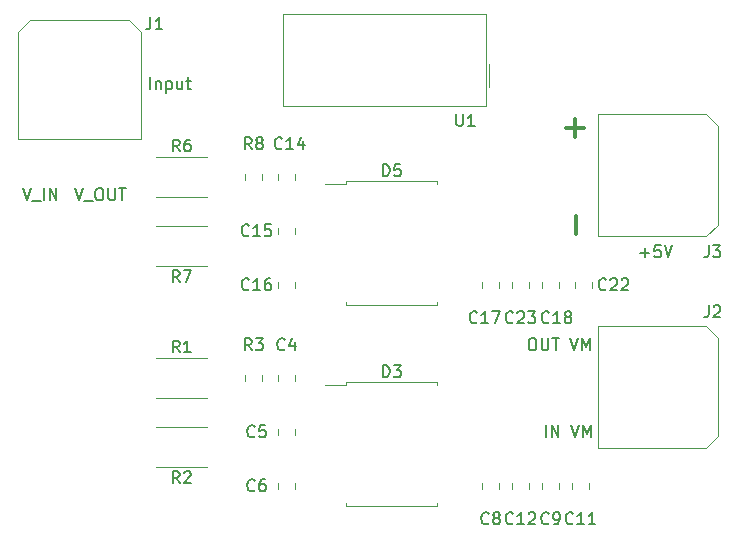
<source format=gbr>
%TF.GenerationSoftware,KiCad,Pcbnew,(6.0.1)*%
%TF.CreationDate,2022-08-15T16:30:33+03:00*%
%TF.ProjectId,Measure,4d656173-7572-4652-9e6b-696361645f70,rev?*%
%TF.SameCoordinates,Original*%
%TF.FileFunction,Legend,Top*%
%TF.FilePolarity,Positive*%
%FSLAX46Y46*%
G04 Gerber Fmt 4.6, Leading zero omitted, Abs format (unit mm)*
G04 Created by KiCad (PCBNEW (6.0.1)) date 2022-08-15 16:30:33*
%MOMM*%
%LPD*%
G01*
G04 APERTURE LIST*
%ADD10C,0.300000*%
%ADD11C,0.150000*%
%ADD12C,0.120000*%
G04 APERTURE END LIST*
D10*
X177688857Y-80263904D02*
X177688857Y-78740095D01*
D11*
X135271142Y-76414380D02*
X135604476Y-77414380D01*
X135937809Y-76414380D01*
X136033047Y-77509619D02*
X136794952Y-77509619D01*
X137223523Y-76414380D02*
X137414000Y-76414380D01*
X137509238Y-76462000D01*
X137604476Y-76557238D01*
X137652095Y-76747714D01*
X137652095Y-77081047D01*
X137604476Y-77271523D01*
X137509238Y-77366761D01*
X137414000Y-77414380D01*
X137223523Y-77414380D01*
X137128285Y-77366761D01*
X137033047Y-77271523D01*
X136985428Y-77081047D01*
X136985428Y-76747714D01*
X137033047Y-76557238D01*
X137128285Y-76462000D01*
X137223523Y-76414380D01*
X138080666Y-76414380D02*
X138080666Y-77223904D01*
X138128285Y-77319142D01*
X138175904Y-77366761D01*
X138271142Y-77414380D01*
X138461619Y-77414380D01*
X138556857Y-77366761D01*
X138604476Y-77319142D01*
X138652095Y-77223904D01*
X138652095Y-76414380D01*
X138985428Y-76414380D02*
X139556857Y-76414380D01*
X139271142Y-77414380D02*
X139271142Y-76414380D01*
X130857809Y-76414380D02*
X131191142Y-77414380D01*
X131524476Y-76414380D01*
X131619714Y-77509619D02*
X132381619Y-77509619D01*
X132619714Y-77414380D02*
X132619714Y-76414380D01*
X133095904Y-77414380D02*
X133095904Y-76414380D01*
X133667333Y-77414380D01*
X133667333Y-76414380D01*
X173895047Y-89114380D02*
X174085523Y-89114380D01*
X174180761Y-89162000D01*
X174276000Y-89257238D01*
X174323619Y-89447714D01*
X174323619Y-89781047D01*
X174276000Y-89971523D01*
X174180761Y-90066761D01*
X174085523Y-90114380D01*
X173895047Y-90114380D01*
X173799809Y-90066761D01*
X173704571Y-89971523D01*
X173656952Y-89781047D01*
X173656952Y-89447714D01*
X173704571Y-89257238D01*
X173799809Y-89162000D01*
X173895047Y-89114380D01*
X174752190Y-89114380D02*
X174752190Y-89923904D01*
X174799809Y-90019142D01*
X174847428Y-90066761D01*
X174942666Y-90114380D01*
X175133142Y-90114380D01*
X175228380Y-90066761D01*
X175276000Y-90019142D01*
X175323619Y-89923904D01*
X175323619Y-89114380D01*
X175656952Y-89114380D02*
X176228380Y-89114380D01*
X175942666Y-90114380D02*
X175942666Y-89114380D01*
X177180761Y-89114380D02*
X177514095Y-90114380D01*
X177847428Y-89114380D01*
X178180761Y-90114380D02*
X178180761Y-89114380D01*
X178514095Y-89828666D01*
X178847428Y-89114380D01*
X178847428Y-90114380D01*
X175133238Y-97480380D02*
X175133238Y-96480380D01*
X175609428Y-97480380D02*
X175609428Y-96480380D01*
X176180857Y-97480380D01*
X176180857Y-96480380D01*
X177276095Y-96480380D02*
X177609428Y-97480380D01*
X177942761Y-96480380D01*
X178276095Y-97480380D02*
X178276095Y-96480380D01*
X178609428Y-97194666D01*
X178942761Y-96480380D01*
X178942761Y-97480380D01*
D10*
X176784095Y-71262857D02*
X178307904Y-71262857D01*
X177546000Y-72024761D02*
X177546000Y-70500952D01*
D11*
X141613142Y-68016380D02*
X141613142Y-67016380D01*
X142089333Y-67349714D02*
X142089333Y-68016380D01*
X142089333Y-67444952D02*
X142136952Y-67397333D01*
X142232190Y-67349714D01*
X142375047Y-67349714D01*
X142470285Y-67397333D01*
X142517904Y-67492571D01*
X142517904Y-68016380D01*
X142994095Y-67349714D02*
X142994095Y-68349714D01*
X142994095Y-67397333D02*
X143089333Y-67349714D01*
X143279809Y-67349714D01*
X143375047Y-67397333D01*
X143422666Y-67444952D01*
X143470285Y-67540190D01*
X143470285Y-67825904D01*
X143422666Y-67921142D01*
X143375047Y-67968761D01*
X143279809Y-68016380D01*
X143089333Y-68016380D01*
X142994095Y-67968761D01*
X144327428Y-67349714D02*
X144327428Y-68016380D01*
X143898857Y-67349714D02*
X143898857Y-67873523D01*
X143946476Y-67968761D01*
X144041714Y-68016380D01*
X144184571Y-68016380D01*
X144279809Y-67968761D01*
X144327428Y-67921142D01*
X144660761Y-67349714D02*
X145041714Y-67349714D01*
X144803619Y-67016380D02*
X144803619Y-67873523D01*
X144851238Y-67968761D01*
X144946476Y-68016380D01*
X145041714Y-68016380D01*
X183118285Y-81859428D02*
X183880190Y-81859428D01*
X183499238Y-82240380D02*
X183499238Y-81478476D01*
X184832571Y-81240380D02*
X184356380Y-81240380D01*
X184308761Y-81716571D01*
X184356380Y-81668952D01*
X184451619Y-81621333D01*
X184689714Y-81621333D01*
X184784952Y-81668952D01*
X184832571Y-81716571D01*
X184880190Y-81811809D01*
X184880190Y-82049904D01*
X184832571Y-82145142D01*
X184784952Y-82192761D01*
X184689714Y-82240380D01*
X184451619Y-82240380D01*
X184356380Y-82192761D01*
X184308761Y-82145142D01*
X185165904Y-81240380D02*
X185499238Y-82240380D01*
X185832571Y-81240380D01*
%TO.C,R1*%
X144105333Y-90288380D02*
X143772000Y-89812190D01*
X143533904Y-90288380D02*
X143533904Y-89288380D01*
X143914857Y-89288380D01*
X144010095Y-89336000D01*
X144057714Y-89383619D01*
X144105333Y-89478857D01*
X144105333Y-89621714D01*
X144057714Y-89716952D01*
X144010095Y-89764571D01*
X143914857Y-89812190D01*
X143533904Y-89812190D01*
X145057714Y-90288380D02*
X144486285Y-90288380D01*
X144772000Y-90288380D02*
X144772000Y-89288380D01*
X144676761Y-89431238D01*
X144581523Y-89526476D01*
X144486285Y-89574095D01*
%TO.C,R8*%
X150201333Y-73096380D02*
X149868000Y-72620190D01*
X149629904Y-73096380D02*
X149629904Y-72096380D01*
X150010857Y-72096380D01*
X150106095Y-72144000D01*
X150153714Y-72191619D01*
X150201333Y-72286857D01*
X150201333Y-72429714D01*
X150153714Y-72524952D01*
X150106095Y-72572571D01*
X150010857Y-72620190D01*
X149629904Y-72620190D01*
X150772761Y-72524952D02*
X150677523Y-72477333D01*
X150629904Y-72429714D01*
X150582285Y-72334476D01*
X150582285Y-72286857D01*
X150629904Y-72191619D01*
X150677523Y-72144000D01*
X150772761Y-72096380D01*
X150963238Y-72096380D01*
X151058476Y-72144000D01*
X151106095Y-72191619D01*
X151153714Y-72286857D01*
X151153714Y-72334476D01*
X151106095Y-72429714D01*
X151058476Y-72477333D01*
X150963238Y-72524952D01*
X150772761Y-72524952D01*
X150677523Y-72572571D01*
X150629904Y-72620190D01*
X150582285Y-72715428D01*
X150582285Y-72905904D01*
X150629904Y-73001142D01*
X150677523Y-73048761D01*
X150772761Y-73096380D01*
X150963238Y-73096380D01*
X151058476Y-73048761D01*
X151106095Y-73001142D01*
X151153714Y-72905904D01*
X151153714Y-72715428D01*
X151106095Y-72620190D01*
X151058476Y-72572571D01*
X150963238Y-72524952D01*
%TO.C,R7*%
X144105333Y-84352380D02*
X143772000Y-83876190D01*
X143533904Y-84352380D02*
X143533904Y-83352380D01*
X143914857Y-83352380D01*
X144010095Y-83400000D01*
X144057714Y-83447619D01*
X144105333Y-83542857D01*
X144105333Y-83685714D01*
X144057714Y-83780952D01*
X144010095Y-83828571D01*
X143914857Y-83876190D01*
X143533904Y-83876190D01*
X144438666Y-83352380D02*
X145105333Y-83352380D01*
X144676761Y-84352380D01*
%TO.C,J3*%
X188896666Y-81240380D02*
X188896666Y-81954666D01*
X188849047Y-82097523D01*
X188753809Y-82192761D01*
X188610952Y-82240380D01*
X188515714Y-82240380D01*
X189277619Y-81240380D02*
X189896666Y-81240380D01*
X189563333Y-81621333D01*
X189706190Y-81621333D01*
X189801428Y-81668952D01*
X189849047Y-81716571D01*
X189896666Y-81811809D01*
X189896666Y-82049904D01*
X189849047Y-82145142D01*
X189801428Y-82192761D01*
X189706190Y-82240380D01*
X189420476Y-82240380D01*
X189325238Y-82192761D01*
X189277619Y-82145142D01*
%TO.C,D3*%
X161313904Y-92396380D02*
X161313904Y-91396380D01*
X161552000Y-91396380D01*
X161694857Y-91444000D01*
X161790095Y-91539238D01*
X161837714Y-91634476D01*
X161885333Y-91824952D01*
X161885333Y-91967809D01*
X161837714Y-92158285D01*
X161790095Y-92253523D01*
X161694857Y-92348761D01*
X161552000Y-92396380D01*
X161313904Y-92396380D01*
X162218666Y-91396380D02*
X162837714Y-91396380D01*
X162504380Y-91777333D01*
X162647238Y-91777333D01*
X162742476Y-91824952D01*
X162790095Y-91872571D01*
X162837714Y-91967809D01*
X162837714Y-92205904D01*
X162790095Y-92301142D01*
X162742476Y-92348761D01*
X162647238Y-92396380D01*
X162361523Y-92396380D01*
X162266285Y-92348761D01*
X162218666Y-92301142D01*
%TO.C,C14*%
X152773142Y-73001142D02*
X152725523Y-73048761D01*
X152582666Y-73096380D01*
X152487428Y-73096380D01*
X152344571Y-73048761D01*
X152249333Y-72953523D01*
X152201714Y-72858285D01*
X152154095Y-72667809D01*
X152154095Y-72524952D01*
X152201714Y-72334476D01*
X152249333Y-72239238D01*
X152344571Y-72144000D01*
X152487428Y-72096380D01*
X152582666Y-72096380D01*
X152725523Y-72144000D01*
X152773142Y-72191619D01*
X153725523Y-73096380D02*
X153154095Y-73096380D01*
X153439809Y-73096380D02*
X153439809Y-72096380D01*
X153344571Y-72239238D01*
X153249333Y-72334476D01*
X153154095Y-72382095D01*
X154582666Y-72429714D02*
X154582666Y-73096380D01*
X154344571Y-72048761D02*
X154106476Y-72763047D01*
X154725523Y-72763047D01*
%TO.C,C17*%
X169283142Y-87733142D02*
X169235523Y-87780761D01*
X169092666Y-87828380D01*
X168997428Y-87828380D01*
X168854571Y-87780761D01*
X168759333Y-87685523D01*
X168711714Y-87590285D01*
X168664095Y-87399809D01*
X168664095Y-87256952D01*
X168711714Y-87066476D01*
X168759333Y-86971238D01*
X168854571Y-86876000D01*
X168997428Y-86828380D01*
X169092666Y-86828380D01*
X169235523Y-86876000D01*
X169283142Y-86923619D01*
X170235523Y-87828380D02*
X169664095Y-87828380D01*
X169949809Y-87828380D02*
X169949809Y-86828380D01*
X169854571Y-86971238D01*
X169759333Y-87066476D01*
X169664095Y-87114095D01*
X170568857Y-86828380D02*
X171235523Y-86828380D01*
X170806952Y-87828380D01*
%TO.C,C4*%
X152995333Y-90019142D02*
X152947714Y-90066761D01*
X152804857Y-90114380D01*
X152709619Y-90114380D01*
X152566761Y-90066761D01*
X152471523Y-89971523D01*
X152423904Y-89876285D01*
X152376285Y-89685809D01*
X152376285Y-89542952D01*
X152423904Y-89352476D01*
X152471523Y-89257238D01*
X152566761Y-89162000D01*
X152709619Y-89114380D01*
X152804857Y-89114380D01*
X152947714Y-89162000D01*
X152995333Y-89209619D01*
X153852476Y-89447714D02*
X153852476Y-90114380D01*
X153614380Y-89066761D02*
X153376285Y-89781047D01*
X153995333Y-89781047D01*
%TO.C,R2*%
X144105333Y-101370380D02*
X143772000Y-100894190D01*
X143533904Y-101370380D02*
X143533904Y-100370380D01*
X143914857Y-100370380D01*
X144010095Y-100418000D01*
X144057714Y-100465619D01*
X144105333Y-100560857D01*
X144105333Y-100703714D01*
X144057714Y-100798952D01*
X144010095Y-100846571D01*
X143914857Y-100894190D01*
X143533904Y-100894190D01*
X144486285Y-100465619D02*
X144533904Y-100418000D01*
X144629142Y-100370380D01*
X144867238Y-100370380D01*
X144962476Y-100418000D01*
X145010095Y-100465619D01*
X145057714Y-100560857D01*
X145057714Y-100656095D01*
X145010095Y-100798952D01*
X144438666Y-101370380D01*
X145057714Y-101370380D01*
%TO.C,U1*%
X167534595Y-70124380D02*
X167534595Y-70933904D01*
X167582214Y-71029142D01*
X167629833Y-71076761D01*
X167725071Y-71124380D01*
X167915547Y-71124380D01*
X168010785Y-71076761D01*
X168058404Y-71029142D01*
X168106023Y-70933904D01*
X168106023Y-70124380D01*
X169106023Y-71124380D02*
X168534595Y-71124380D01*
X168820309Y-71124380D02*
X168820309Y-70124380D01*
X168725071Y-70267238D01*
X168629833Y-70362476D01*
X168534595Y-70410095D01*
%TO.C,J2*%
X188896666Y-86320380D02*
X188896666Y-87034666D01*
X188849047Y-87177523D01*
X188753809Y-87272761D01*
X188610952Y-87320380D01*
X188515714Y-87320380D01*
X189325238Y-86415619D02*
X189372857Y-86368000D01*
X189468095Y-86320380D01*
X189706190Y-86320380D01*
X189801428Y-86368000D01*
X189849047Y-86415619D01*
X189896666Y-86510857D01*
X189896666Y-86606095D01*
X189849047Y-86748952D01*
X189277619Y-87320380D01*
X189896666Y-87320380D01*
%TO.C,C15*%
X149979142Y-80367142D02*
X149931523Y-80414761D01*
X149788666Y-80462380D01*
X149693428Y-80462380D01*
X149550571Y-80414761D01*
X149455333Y-80319523D01*
X149407714Y-80224285D01*
X149360095Y-80033809D01*
X149360095Y-79890952D01*
X149407714Y-79700476D01*
X149455333Y-79605238D01*
X149550571Y-79510000D01*
X149693428Y-79462380D01*
X149788666Y-79462380D01*
X149931523Y-79510000D01*
X149979142Y-79557619D01*
X150931523Y-80462380D02*
X150360095Y-80462380D01*
X150645809Y-80462380D02*
X150645809Y-79462380D01*
X150550571Y-79605238D01*
X150455333Y-79700476D01*
X150360095Y-79748095D01*
X151836285Y-79462380D02*
X151360095Y-79462380D01*
X151312476Y-79938571D01*
X151360095Y-79890952D01*
X151455333Y-79843333D01*
X151693428Y-79843333D01*
X151788666Y-79890952D01*
X151836285Y-79938571D01*
X151883904Y-80033809D01*
X151883904Y-80271904D01*
X151836285Y-80367142D01*
X151788666Y-80414761D01*
X151693428Y-80462380D01*
X151455333Y-80462380D01*
X151360095Y-80414761D01*
X151312476Y-80367142D01*
%TO.C,C22*%
X180205142Y-84939142D02*
X180157523Y-84986761D01*
X180014666Y-85034380D01*
X179919428Y-85034380D01*
X179776571Y-84986761D01*
X179681333Y-84891523D01*
X179633714Y-84796285D01*
X179586095Y-84605809D01*
X179586095Y-84462952D01*
X179633714Y-84272476D01*
X179681333Y-84177238D01*
X179776571Y-84082000D01*
X179919428Y-84034380D01*
X180014666Y-84034380D01*
X180157523Y-84082000D01*
X180205142Y-84129619D01*
X180586095Y-84129619D02*
X180633714Y-84082000D01*
X180728952Y-84034380D01*
X180967047Y-84034380D01*
X181062285Y-84082000D01*
X181109904Y-84129619D01*
X181157523Y-84224857D01*
X181157523Y-84320095D01*
X181109904Y-84462952D01*
X180538476Y-85034380D01*
X181157523Y-85034380D01*
X181538476Y-84129619D02*
X181586095Y-84082000D01*
X181681333Y-84034380D01*
X181919428Y-84034380D01*
X182014666Y-84082000D01*
X182062285Y-84129619D01*
X182109904Y-84224857D01*
X182109904Y-84320095D01*
X182062285Y-84462952D01*
X181490857Y-85034380D01*
X182109904Y-85034380D01*
%TO.C,R6*%
X144105333Y-73270380D02*
X143772000Y-72794190D01*
X143533904Y-73270380D02*
X143533904Y-72270380D01*
X143914857Y-72270380D01*
X144010095Y-72318000D01*
X144057714Y-72365619D01*
X144105333Y-72460857D01*
X144105333Y-72603714D01*
X144057714Y-72698952D01*
X144010095Y-72746571D01*
X143914857Y-72794190D01*
X143533904Y-72794190D01*
X144962476Y-72270380D02*
X144772000Y-72270380D01*
X144676761Y-72318000D01*
X144629142Y-72365619D01*
X144533904Y-72508476D01*
X144486285Y-72698952D01*
X144486285Y-73079904D01*
X144533904Y-73175142D01*
X144581523Y-73222761D01*
X144676761Y-73270380D01*
X144867238Y-73270380D01*
X144962476Y-73222761D01*
X145010095Y-73175142D01*
X145057714Y-73079904D01*
X145057714Y-72841809D01*
X145010095Y-72746571D01*
X144962476Y-72698952D01*
X144867238Y-72651333D01*
X144676761Y-72651333D01*
X144581523Y-72698952D01*
X144533904Y-72746571D01*
X144486285Y-72841809D01*
%TO.C,C8*%
X170267333Y-104751142D02*
X170219714Y-104798761D01*
X170076857Y-104846380D01*
X169981619Y-104846380D01*
X169838761Y-104798761D01*
X169743523Y-104703523D01*
X169695904Y-104608285D01*
X169648285Y-104417809D01*
X169648285Y-104274952D01*
X169695904Y-104084476D01*
X169743523Y-103989238D01*
X169838761Y-103894000D01*
X169981619Y-103846380D01*
X170076857Y-103846380D01*
X170219714Y-103894000D01*
X170267333Y-103941619D01*
X170838761Y-104274952D02*
X170743523Y-104227333D01*
X170695904Y-104179714D01*
X170648285Y-104084476D01*
X170648285Y-104036857D01*
X170695904Y-103941619D01*
X170743523Y-103894000D01*
X170838761Y-103846380D01*
X171029238Y-103846380D01*
X171124476Y-103894000D01*
X171172095Y-103941619D01*
X171219714Y-104036857D01*
X171219714Y-104084476D01*
X171172095Y-104179714D01*
X171124476Y-104227333D01*
X171029238Y-104274952D01*
X170838761Y-104274952D01*
X170743523Y-104322571D01*
X170695904Y-104370190D01*
X170648285Y-104465428D01*
X170648285Y-104655904D01*
X170695904Y-104751142D01*
X170743523Y-104798761D01*
X170838761Y-104846380D01*
X171029238Y-104846380D01*
X171124476Y-104798761D01*
X171172095Y-104751142D01*
X171219714Y-104655904D01*
X171219714Y-104465428D01*
X171172095Y-104370190D01*
X171124476Y-104322571D01*
X171029238Y-104274952D01*
%TO.C,D5*%
X161313904Y-75378380D02*
X161313904Y-74378380D01*
X161552000Y-74378380D01*
X161694857Y-74426000D01*
X161790095Y-74521238D01*
X161837714Y-74616476D01*
X161885333Y-74806952D01*
X161885333Y-74949809D01*
X161837714Y-75140285D01*
X161790095Y-75235523D01*
X161694857Y-75330761D01*
X161552000Y-75378380D01*
X161313904Y-75378380D01*
X162790095Y-74378380D02*
X162313904Y-74378380D01*
X162266285Y-74854571D01*
X162313904Y-74806952D01*
X162409142Y-74759333D01*
X162647238Y-74759333D01*
X162742476Y-74806952D01*
X162790095Y-74854571D01*
X162837714Y-74949809D01*
X162837714Y-75187904D01*
X162790095Y-75283142D01*
X162742476Y-75330761D01*
X162647238Y-75378380D01*
X162409142Y-75378380D01*
X162313904Y-75330761D01*
X162266285Y-75283142D01*
%TO.C,C12*%
X172331142Y-104751142D02*
X172283523Y-104798761D01*
X172140666Y-104846380D01*
X172045428Y-104846380D01*
X171902571Y-104798761D01*
X171807333Y-104703523D01*
X171759714Y-104608285D01*
X171712095Y-104417809D01*
X171712095Y-104274952D01*
X171759714Y-104084476D01*
X171807333Y-103989238D01*
X171902571Y-103894000D01*
X172045428Y-103846380D01*
X172140666Y-103846380D01*
X172283523Y-103894000D01*
X172331142Y-103941619D01*
X173283523Y-104846380D02*
X172712095Y-104846380D01*
X172997809Y-104846380D02*
X172997809Y-103846380D01*
X172902571Y-103989238D01*
X172807333Y-104084476D01*
X172712095Y-104132095D01*
X173664476Y-103941619D02*
X173712095Y-103894000D01*
X173807333Y-103846380D01*
X174045428Y-103846380D01*
X174140666Y-103894000D01*
X174188285Y-103941619D01*
X174235904Y-104036857D01*
X174235904Y-104132095D01*
X174188285Y-104274952D01*
X173616857Y-104846380D01*
X174235904Y-104846380D01*
%TO.C,C9*%
X175347333Y-104751142D02*
X175299714Y-104798761D01*
X175156857Y-104846380D01*
X175061619Y-104846380D01*
X174918761Y-104798761D01*
X174823523Y-104703523D01*
X174775904Y-104608285D01*
X174728285Y-104417809D01*
X174728285Y-104274952D01*
X174775904Y-104084476D01*
X174823523Y-103989238D01*
X174918761Y-103894000D01*
X175061619Y-103846380D01*
X175156857Y-103846380D01*
X175299714Y-103894000D01*
X175347333Y-103941619D01*
X175823523Y-104846380D02*
X176014000Y-104846380D01*
X176109238Y-104798761D01*
X176156857Y-104751142D01*
X176252095Y-104608285D01*
X176299714Y-104417809D01*
X176299714Y-104036857D01*
X176252095Y-103941619D01*
X176204476Y-103894000D01*
X176109238Y-103846380D01*
X175918761Y-103846380D01*
X175823523Y-103894000D01*
X175775904Y-103941619D01*
X175728285Y-104036857D01*
X175728285Y-104274952D01*
X175775904Y-104370190D01*
X175823523Y-104417809D01*
X175918761Y-104465428D01*
X176109238Y-104465428D01*
X176204476Y-104417809D01*
X176252095Y-104370190D01*
X176299714Y-104274952D01*
%TO.C,C6*%
X150455333Y-101957142D02*
X150407714Y-102004761D01*
X150264857Y-102052380D01*
X150169619Y-102052380D01*
X150026761Y-102004761D01*
X149931523Y-101909523D01*
X149883904Y-101814285D01*
X149836285Y-101623809D01*
X149836285Y-101480952D01*
X149883904Y-101290476D01*
X149931523Y-101195238D01*
X150026761Y-101100000D01*
X150169619Y-101052380D01*
X150264857Y-101052380D01*
X150407714Y-101100000D01*
X150455333Y-101147619D01*
X151312476Y-101052380D02*
X151122000Y-101052380D01*
X151026761Y-101100000D01*
X150979142Y-101147619D01*
X150883904Y-101290476D01*
X150836285Y-101480952D01*
X150836285Y-101861904D01*
X150883904Y-101957142D01*
X150931523Y-102004761D01*
X151026761Y-102052380D01*
X151217238Y-102052380D01*
X151312476Y-102004761D01*
X151360095Y-101957142D01*
X151407714Y-101861904D01*
X151407714Y-101623809D01*
X151360095Y-101528571D01*
X151312476Y-101480952D01*
X151217238Y-101433333D01*
X151026761Y-101433333D01*
X150931523Y-101480952D01*
X150883904Y-101528571D01*
X150836285Y-101623809D01*
%TO.C,C5*%
X150455333Y-97385142D02*
X150407714Y-97432761D01*
X150264857Y-97480380D01*
X150169619Y-97480380D01*
X150026761Y-97432761D01*
X149931523Y-97337523D01*
X149883904Y-97242285D01*
X149836285Y-97051809D01*
X149836285Y-96908952D01*
X149883904Y-96718476D01*
X149931523Y-96623238D01*
X150026761Y-96528000D01*
X150169619Y-96480380D01*
X150264857Y-96480380D01*
X150407714Y-96528000D01*
X150455333Y-96575619D01*
X151360095Y-96480380D02*
X150883904Y-96480380D01*
X150836285Y-96956571D01*
X150883904Y-96908952D01*
X150979142Y-96861333D01*
X151217238Y-96861333D01*
X151312476Y-96908952D01*
X151360095Y-96956571D01*
X151407714Y-97051809D01*
X151407714Y-97289904D01*
X151360095Y-97385142D01*
X151312476Y-97432761D01*
X151217238Y-97480380D01*
X150979142Y-97480380D01*
X150883904Y-97432761D01*
X150836285Y-97385142D01*
%TO.C,C11*%
X177411142Y-104751142D02*
X177363523Y-104798761D01*
X177220666Y-104846380D01*
X177125428Y-104846380D01*
X176982571Y-104798761D01*
X176887333Y-104703523D01*
X176839714Y-104608285D01*
X176792095Y-104417809D01*
X176792095Y-104274952D01*
X176839714Y-104084476D01*
X176887333Y-103989238D01*
X176982571Y-103894000D01*
X177125428Y-103846380D01*
X177220666Y-103846380D01*
X177363523Y-103894000D01*
X177411142Y-103941619D01*
X178363523Y-104846380D02*
X177792095Y-104846380D01*
X178077809Y-104846380D02*
X178077809Y-103846380D01*
X177982571Y-103989238D01*
X177887333Y-104084476D01*
X177792095Y-104132095D01*
X179315904Y-104846380D02*
X178744476Y-104846380D01*
X179030190Y-104846380D02*
X179030190Y-103846380D01*
X178934952Y-103989238D01*
X178839714Y-104084476D01*
X178744476Y-104132095D01*
%TO.C,R3*%
X150201333Y-90114380D02*
X149868000Y-89638190D01*
X149629904Y-90114380D02*
X149629904Y-89114380D01*
X150010857Y-89114380D01*
X150106095Y-89162000D01*
X150153714Y-89209619D01*
X150201333Y-89304857D01*
X150201333Y-89447714D01*
X150153714Y-89542952D01*
X150106095Y-89590571D01*
X150010857Y-89638190D01*
X149629904Y-89638190D01*
X150534666Y-89114380D02*
X151153714Y-89114380D01*
X150820380Y-89495333D01*
X150963238Y-89495333D01*
X151058476Y-89542952D01*
X151106095Y-89590571D01*
X151153714Y-89685809D01*
X151153714Y-89923904D01*
X151106095Y-90019142D01*
X151058476Y-90066761D01*
X150963238Y-90114380D01*
X150677523Y-90114380D01*
X150582285Y-90066761D01*
X150534666Y-90019142D01*
%TO.C,C18*%
X175379142Y-87733142D02*
X175331523Y-87780761D01*
X175188666Y-87828380D01*
X175093428Y-87828380D01*
X174950571Y-87780761D01*
X174855333Y-87685523D01*
X174807714Y-87590285D01*
X174760095Y-87399809D01*
X174760095Y-87256952D01*
X174807714Y-87066476D01*
X174855333Y-86971238D01*
X174950571Y-86876000D01*
X175093428Y-86828380D01*
X175188666Y-86828380D01*
X175331523Y-86876000D01*
X175379142Y-86923619D01*
X176331523Y-87828380D02*
X175760095Y-87828380D01*
X176045809Y-87828380D02*
X176045809Y-86828380D01*
X175950571Y-86971238D01*
X175855333Y-87066476D01*
X175760095Y-87114095D01*
X176902952Y-87256952D02*
X176807714Y-87209333D01*
X176760095Y-87161714D01*
X176712476Y-87066476D01*
X176712476Y-87018857D01*
X176760095Y-86923619D01*
X176807714Y-86876000D01*
X176902952Y-86828380D01*
X177093428Y-86828380D01*
X177188666Y-86876000D01*
X177236285Y-86923619D01*
X177283904Y-87018857D01*
X177283904Y-87066476D01*
X177236285Y-87161714D01*
X177188666Y-87209333D01*
X177093428Y-87256952D01*
X176902952Y-87256952D01*
X176807714Y-87304571D01*
X176760095Y-87352190D01*
X176712476Y-87447428D01*
X176712476Y-87637904D01*
X176760095Y-87733142D01*
X176807714Y-87780761D01*
X176902952Y-87828380D01*
X177093428Y-87828380D01*
X177188666Y-87780761D01*
X177236285Y-87733142D01*
X177283904Y-87637904D01*
X177283904Y-87447428D01*
X177236285Y-87352190D01*
X177188666Y-87304571D01*
X177093428Y-87256952D01*
%TO.C,J1*%
X141642666Y-61936380D02*
X141642666Y-62650666D01*
X141595047Y-62793523D01*
X141499809Y-62888761D01*
X141356952Y-62936380D01*
X141261714Y-62936380D01*
X142642666Y-62936380D02*
X142071238Y-62936380D01*
X142356952Y-62936380D02*
X142356952Y-61936380D01*
X142261714Y-62079238D01*
X142166476Y-62174476D01*
X142071238Y-62222095D01*
%TO.C,C23*%
X172331142Y-87733142D02*
X172283523Y-87780761D01*
X172140666Y-87828380D01*
X172045428Y-87828380D01*
X171902571Y-87780761D01*
X171807333Y-87685523D01*
X171759714Y-87590285D01*
X171712095Y-87399809D01*
X171712095Y-87256952D01*
X171759714Y-87066476D01*
X171807333Y-86971238D01*
X171902571Y-86876000D01*
X172045428Y-86828380D01*
X172140666Y-86828380D01*
X172283523Y-86876000D01*
X172331142Y-86923619D01*
X172712095Y-86923619D02*
X172759714Y-86876000D01*
X172854952Y-86828380D01*
X173093047Y-86828380D01*
X173188285Y-86876000D01*
X173235904Y-86923619D01*
X173283523Y-87018857D01*
X173283523Y-87114095D01*
X173235904Y-87256952D01*
X172664476Y-87828380D01*
X173283523Y-87828380D01*
X173616857Y-86828380D02*
X174235904Y-86828380D01*
X173902571Y-87209333D01*
X174045428Y-87209333D01*
X174140666Y-87256952D01*
X174188285Y-87304571D01*
X174235904Y-87399809D01*
X174235904Y-87637904D01*
X174188285Y-87733142D01*
X174140666Y-87780761D01*
X174045428Y-87828380D01*
X173759714Y-87828380D01*
X173664476Y-87780761D01*
X173616857Y-87733142D01*
%TO.C,C16*%
X149979142Y-84939142D02*
X149931523Y-84986761D01*
X149788666Y-85034380D01*
X149693428Y-85034380D01*
X149550571Y-84986761D01*
X149455333Y-84891523D01*
X149407714Y-84796285D01*
X149360095Y-84605809D01*
X149360095Y-84462952D01*
X149407714Y-84272476D01*
X149455333Y-84177238D01*
X149550571Y-84082000D01*
X149693428Y-84034380D01*
X149788666Y-84034380D01*
X149931523Y-84082000D01*
X149979142Y-84129619D01*
X150931523Y-85034380D02*
X150360095Y-85034380D01*
X150645809Y-85034380D02*
X150645809Y-84034380D01*
X150550571Y-84177238D01*
X150455333Y-84272476D01*
X150360095Y-84320095D01*
X151788666Y-84034380D02*
X151598190Y-84034380D01*
X151502952Y-84082000D01*
X151455333Y-84129619D01*
X151360095Y-84272476D01*
X151312476Y-84462952D01*
X151312476Y-84843904D01*
X151360095Y-84939142D01*
X151407714Y-84986761D01*
X151502952Y-85034380D01*
X151693428Y-85034380D01*
X151788666Y-84986761D01*
X151836285Y-84939142D01*
X151883904Y-84843904D01*
X151883904Y-84605809D01*
X151836285Y-84510571D01*
X151788666Y-84462952D01*
X151693428Y-84415333D01*
X151502952Y-84415333D01*
X151407714Y-84462952D01*
X151360095Y-84510571D01*
X151312476Y-84605809D01*
D12*
%TO.C,R1*%
X142094936Y-94166000D02*
X146449064Y-94166000D01*
X142094936Y-90746000D02*
X146449064Y-90746000D01*
%TO.C,R8*%
X149633000Y-75665064D02*
X149633000Y-75210936D01*
X151103000Y-75665064D02*
X151103000Y-75210936D01*
%TO.C,R7*%
X146449064Y-79570000D02*
X142094936Y-79570000D01*
X146449064Y-82990000D02*
X142094936Y-82990000D01*
%TO.C,J3*%
X179540000Y-80471000D02*
X179540000Y-70101000D01*
X179540000Y-70101000D02*
X188670000Y-70101000D01*
X189670000Y-79471000D02*
X188670000Y-80471000D01*
X188670000Y-70101000D02*
X189670000Y-71101000D01*
X188670000Y-80471000D02*
X179540000Y-80471000D01*
X189670000Y-71101000D02*
X189670000Y-79471000D01*
%TO.C,D3*%
X162052000Y-92784000D02*
X158192000Y-92784000D01*
X165912000Y-92784000D02*
X165912000Y-93039000D01*
X158192000Y-93039000D02*
X156377000Y-93039000D01*
X165912000Y-103304000D02*
X165912000Y-103049000D01*
X158192000Y-92784000D02*
X158192000Y-93039000D01*
X162052000Y-103304000D02*
X158192000Y-103304000D01*
X158192000Y-103304000D02*
X158192000Y-103049000D01*
X162052000Y-92784000D02*
X165912000Y-92784000D01*
X162052000Y-103304000D02*
X165912000Y-103304000D01*
%TO.C,C14*%
X152427000Y-75176748D02*
X152427000Y-75699252D01*
X153897000Y-75176748D02*
X153897000Y-75699252D01*
%TO.C,C17*%
X169699000Y-84843252D02*
X169699000Y-84320748D01*
X171169000Y-84843252D02*
X171169000Y-84320748D01*
%TO.C,C4*%
X153897000Y-92194748D02*
X153897000Y-92717252D01*
X152427000Y-92194748D02*
X152427000Y-92717252D01*
%TO.C,R2*%
X146449064Y-100008000D02*
X142094936Y-100008000D01*
X146449064Y-96588000D02*
X142094936Y-96588000D01*
%TO.C,U1*%
X152846500Y-61602000D02*
X170086500Y-61602000D01*
X170086500Y-61602000D02*
X170086500Y-69462000D01*
X170086500Y-69462000D02*
X152846500Y-69462000D01*
X152846500Y-69462000D02*
X152846500Y-61602000D01*
X170336500Y-67842000D02*
X170336500Y-65842000D01*
%TO.C,J2*%
X189670000Y-97403000D02*
X188670000Y-98403000D01*
X189670000Y-89033000D02*
X189670000Y-97403000D01*
X188670000Y-88033000D02*
X189670000Y-89033000D01*
X179540000Y-88033000D02*
X188670000Y-88033000D01*
X188670000Y-98403000D02*
X179540000Y-98403000D01*
X179540000Y-98403000D02*
X179540000Y-88033000D01*
%TO.C,C15*%
X153897000Y-79748748D02*
X153897000Y-80271252D01*
X152427000Y-79748748D02*
X152427000Y-80271252D01*
%TO.C,C22*%
X177573000Y-84320748D02*
X177573000Y-84843252D01*
X179043000Y-84320748D02*
X179043000Y-84843252D01*
%TO.C,R6*%
X142094936Y-73728000D02*
X146449064Y-73728000D01*
X142094936Y-77148000D02*
X146449064Y-77148000D01*
%TO.C,C8*%
X171169000Y-101861252D02*
X171169000Y-101338748D01*
X169699000Y-101861252D02*
X169699000Y-101338748D01*
%TO.C,D5*%
X158192000Y-75766000D02*
X158192000Y-76021000D01*
X165912000Y-75766000D02*
X165912000Y-76021000D01*
X162052000Y-86286000D02*
X158192000Y-86286000D01*
X158192000Y-86286000D02*
X158192000Y-86031000D01*
X162052000Y-86286000D02*
X165912000Y-86286000D01*
X165912000Y-86286000D02*
X165912000Y-86031000D01*
X158192000Y-76021000D02*
X156377000Y-76021000D01*
X162052000Y-75766000D02*
X158192000Y-75766000D01*
X162052000Y-75766000D02*
X165912000Y-75766000D01*
%TO.C,C12*%
X172239000Y-101338748D02*
X172239000Y-101861252D01*
X173709000Y-101338748D02*
X173709000Y-101861252D01*
%TO.C,C9*%
X176249000Y-101360248D02*
X176249000Y-101882752D01*
X174779000Y-101360248D02*
X174779000Y-101882752D01*
%TO.C,C6*%
X152427000Y-101338748D02*
X152427000Y-101861252D01*
X153897000Y-101338748D02*
X153897000Y-101861252D01*
%TO.C,C5*%
X152427000Y-96766748D02*
X152427000Y-97289252D01*
X153897000Y-96766748D02*
X153897000Y-97289252D01*
%TO.C,C11*%
X178789000Y-101338748D02*
X178789000Y-101861252D01*
X177319000Y-101338748D02*
X177319000Y-101861252D01*
%TO.C,R3*%
X151103000Y-92683064D02*
X151103000Y-92228936D01*
X149633000Y-92683064D02*
X149633000Y-92228936D01*
%TO.C,C18*%
X176249000Y-84320748D02*
X176249000Y-84843252D01*
X174779000Y-84320748D02*
X174779000Y-84843252D01*
%TO.C,J1*%
X131451000Y-62135000D02*
X139821000Y-62135000D01*
X140821000Y-72265000D02*
X130451000Y-72265000D01*
X130451000Y-72265000D02*
X130451000Y-63135000D01*
X130451000Y-63135000D02*
X131451000Y-62135000D01*
X140821000Y-63135000D02*
X140821000Y-72265000D01*
X139821000Y-62135000D02*
X140821000Y-63135000D01*
%TO.C,C23*%
X172239000Y-84320748D02*
X172239000Y-84843252D01*
X173709000Y-84320748D02*
X173709000Y-84843252D01*
%TO.C,C16*%
X153897000Y-84320748D02*
X153897000Y-84843252D01*
X152427000Y-84320748D02*
X152427000Y-84843252D01*
%TD*%
M02*

</source>
